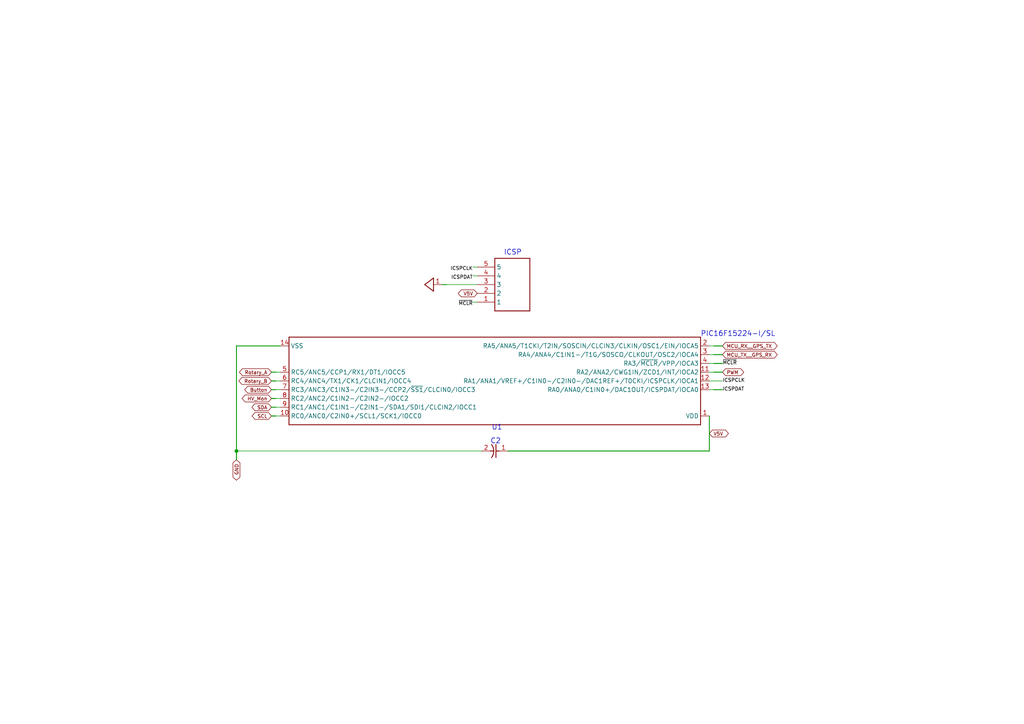
<source format=kicad_sch>
(kicad_sch (version 20231120) (generator "eeschema") (generator_version "8.0")
  (paper "A4")
  (lib_symbols
    (symbol "Clock Controller-eagle-import:CAP_0805"
      (symbol "CAP_0805_1_0"
        (polyline (pts (xy -1.27 0) (xy -0.33 0)) (stroke (width 0.25)))
        (polyline (pts (xy -0.33 -1.905) (xy -0.33 1.905)) (stroke (width 0.25)))
        (polyline (pts (xy 0.305 0) (xy 1.27 0)) (stroke (width 0.25)))
        (arc (start 0.944 1.911) (mid 0.3044 0.0001) (end 0.9439 -1.9109) (stroke (width 0.254)))
        (pin passive line (at -3.81 0 0) (length 2.54) (name "1") (number "1"))
        (pin passive line (at 3.81 0 180) (length 2.54) (name "2") (number "2"))
      )
    )
    (symbol "Clock Controller-eagle-import:GND_DIGITAL" (power)
      (symbol "GND_DIGITAL_1_0"
        (polyline (pts (xy -1.905 1.27) (xy 0 -1.27)) (stroke (width 0.25)))
        (polyline (pts (xy -1.905 1.27) (xy 1.905 1.27)) (stroke (width 0.25)))
        (polyline (pts (xy 0 -1.27) (xy 1.905 1.27)) (stroke (width 0.25)))
        (pin power_in line (at 0 3.81 270) (length 2.54) (name "GNDD") (number "1"))
      )
    )
    (symbol "Clock Controller-eagle-import:PIC16F15224-I/SL"
      (symbol "PIC16F15224-I/SL_1_0"
        (polyline (pts (xy -59.69 -12.7) (xy -59.69 12.7)) (stroke (width 0.25)))
        (polyline (pts (xy -59.69 12.7) (xy 59.69 12.7)) (stroke (width 0.25)))
        (polyline (pts (xy 59.69 -12.7) (xy -59.69 -12.7)) (stroke (width 0.25)))
        (polyline (pts (xy 59.69 12.7) (xy 59.69 -12.7)) (stroke (width 0.25)))
        (pin power_in line (at -62.23 10.16 0) (length 2.54) (name "VDD") (number "1"))
        (pin bidirectional line (at 62.23 10.16 180) (length 2.54) (name "RC0/ANC0/C2IN0+/SCL1/SCK1/IOCC0") (number "10"))
        (pin bidirectional line (at -62.23 -2.54 0) (length 2.54) (name "RA2/ANA2/CWG1IN/ZCD1/INT/IOCA2") (number "11"))
        (pin bidirectional line (at -62.23 0 0) (length 2.54) (name "RA1/ANA1/VREF+/C1IN0-/C2IN0-/DAC1REF+/T0CKI/ICSPCLK/IOCA1") (number "12"))
        (pin bidirectional line (at -62.23 2.54 0) (length 2.54) (name "RA0/ANA0/C1IN0+/DAC1OUT/ICSPDAT/IOCA0") (number "13"))
        (pin power_in line (at 62.23 -10.16 180) (length 2.54) (name "VSS") (number "14"))
        (pin bidirectional line (at -62.23 -10.16 0) (length 2.54) (name "RA5/ANA5/T1CKI/T2IN/SOSCIN/CLCIN3/CLKIN/OSC1/EIN/IOCA5") (number "2"))
        (pin bidirectional line (at -62.23 -7.62 0) (length 2.54) (name "RA4/ANA4/C1IN1-/T1G/SOSCO/CLKOUT/OSC2/IOCA4") (number "3"))
        (pin power_in line (at -62.23 -5.08 0) (length 2.54) (name "RA3/~{MCLR}/VPP/IOCA3") (number "4"))
        (pin bidirectional line (at 62.23 -2.54 180) (length 2.54) (name "RC5/ANC5/CCP1/RX1/DT1/IOCC5") (number "5"))
        (pin bidirectional line (at 62.23 0 180) (length 2.54) (name "RC4/ANC4/TX1/CK1/CLCIN1/IOCC4") (number "6"))
        (pin bidirectional line (at 62.23 2.54 180) (length 2.54) (name "RC3/ANC3/C1IN3-/C2IN3-/CCP2/~{SS1}/CLCIN0/IOCC3") (number "7"))
        (pin bidirectional line (at 62.23 5.08 180) (length 2.54) (name "RC2/ANC2/C1IN2-/C2IN2-/IOCC2") (number "8"))
        (pin bidirectional line (at 62.23 7.62 180) (length 2.54) (name "RC1/ANC1/C1IN1-/C2IN1-/SDA1/SDI1/CLCIN2/IOCC1") (number "9"))
      )
    )
    (symbol "Clock Controller-eagle-import:PPPC051LGBN-RC"
      (symbol "PPPC051LGBN-RC_1_0"
        (polyline (pts (xy -15.24 -12.7) (xy -15.24 2.54)) (stroke (width 0.254)))
        (polyline (pts (xy -15.24 -12.7) (xy -5.08 -12.7)) (stroke (width 0.254)))
        (polyline (pts (xy -5.08 2.54) (xy -15.24 2.54)) (stroke (width 0.254)))
        (polyline (pts (xy -5.08 2.54) (xy -5.08 -12.7)) (stroke (width 0.254)))
        (pin bidirectional line (at 0 0 180) (length 5.08) (name "1") (number "1"))
        (pin bidirectional line (at 0 -2.54 180) (length 5.08) (name "2") (number "2"))
        (pin bidirectional line (at 0 -5.08 180) (length 5.08) (name "3") (number "3"))
        (pin bidirectional line (at 0 -7.62 180) (length 5.08) (name "4") (number "4"))
        (pin bidirectional line (at 0 -10.16 180) (length 5.08) (name "5") (number "5"))
      )
    )
  )
  (junction (at 68.58 130.81))
  (wire (pts (xy 68.58 130.81) (xy 139.7 130.81)))
  (wire (pts (xy 68.58 130.81) (xy 68.58 100.33)) (stroke (width 0.25)))
  (wire (pts (xy 78.74 115.57) (xy 80.01 115.57)) (stroke (width 0.25)))
  (wire (pts (xy 209.55 100.33) (xy 207.01 100.33)) (stroke (width 0.25)))
  (wire (pts (xy 129.54 82.55) (xy 128.27 82.55)) (stroke (width 0.25)))
  (wire (pts (xy 78.74 107.95) (xy 80.01 107.95)) (stroke (width 0.25)))
  (wire (pts (xy 209.55 110.49) (xy 205.74 110.49)))
  (wire (pts (xy 209.55 107.95) (xy 207.01 107.95)) (stroke (width 0.25)))
  (wire (pts (xy 78.74 110.49) (xy 80.01 110.49)) (stroke (width 0.25)))
  (wire (pts (xy 78.74 113.03) (xy 81.28 113.03)))
  (wire (pts (xy 209.55 102.87) (xy 207.01 102.87)) (stroke (width 0.25)))
  (wire (pts (xy 68.58 133.35) (xy 68.58 130.81)) (stroke (width 0.25)))
  (wire (pts (xy 78.74 118.11) (xy 81.28 118.11)))
  (wire (pts (xy 209.55 113.03) (xy 207.01 113.03)) (stroke (width 0.25)))
  (wire (pts (xy 138.43 87.63) (xy 137.16 87.63)))
  (wire (pts (xy 78.74 118.11) (xy 80.01 118.11)) (stroke (width 0.25)))
  (wire (pts (xy 68.58 133.35) (xy 68.58 130.81)))
  (wire (pts (xy 209.55 107.95) (xy 205.74 107.95)))
  (wire (pts (xy 78.74 120.65) (xy 81.28 120.65)))
  (wire (pts (xy 205.74 130.81) (xy 147.32 130.81)) (stroke (width 0.25)))
  (wire (pts (xy 209.55 105.41) (xy 205.74 105.41)))
  (wire (pts (xy 209.55 100.33) (xy 205.74 100.33)))
  (wire (pts (xy 209.55 113.03) (xy 205.74 113.03)))
  (wire (pts (xy 78.74 115.57) (xy 81.28 115.57)))
  (wire (pts (xy 137.16 80.01) (xy 138.43 80.01)))
  (wire (pts (xy 78.74 120.65) (xy 80.01 120.65)) (stroke (width 0.25)))
  (wire (pts (xy 68.58 100.33) (xy 81.28 100.33)) (stroke (width 0.25)))
  (wire (pts (xy 209.55 105.41) (xy 207.01 105.41)) (stroke (width 0.25)))
  (wire (pts (xy 78.74 107.95) (xy 81.28 107.95)))
  (wire (pts (xy 137.16 77.47) (xy 138.43 77.47)))
  (wire (pts (xy 129.54 82.55) (xy 138.43 82.55)))
  (wire (pts (xy 209.55 102.87) (xy 205.74 102.87)))
  (wire (pts (xy 78.74 110.49) (xy 81.28 110.49)))
  (wire (pts (xy 205.74 120.65) (xy 205.74 130.81)) (stroke (width 0.25)))
  (wire (pts (xy 78.74 113.03) (xy 80.01 113.03)) (stroke (width 0.25)))
  (text "PIC16F15224-I/SL" (at 203.2 97.79 0) (effects (font (size 1.48 1.48)) (justify left bottom)))
  (text "C2" (at 142.218 128.899 0) (effects (font (size 1.48 1.48)) (justify left bottom)))
  (text "ICSP" (at 151.384 74.168 0) (effects (font (size 1.48 1.48)) (justify right bottom)))
  (text "U1" (at 142.581 123.19 0) (effects (font (size 1.48 1.48)) (justify left top)))
  (label "~{MCLR}" (at 209.55 105.41 0) (effects (font (size 1.016 1.016))))
  (label "ICSPDAT" (at 137.16 80.01 180) (effects (font (size 1.016 1.016))))
  (label "~{MCLR}" (at 137.16 87.63 180) (effects (font (size 1.016 1.016))))
  (label "ICSPCLK" (at 137.16 77.47 180) (effects (font (size 1.016 1.016))))
  (label "ICSPCLK" (at 209.55 110.49 0) (effects (font (size 1.016 1.016))))
  (label "ICSPDAT" (at 209.55 113.03 0) (effects (font (size 1.016 1.016))))
  (global_label "MCU_RX__GPS_TX" (shape bidirectional) (at 209.55 100.33 0) (effects (font (size 1.016 1.016))) (property "Intersheetrefs" "${INTERSHEET_REFS}" (effects (hide yes))))
  (global_label "Button" (shape bidirectional) (at 78.74 113.03 180) (effects (font (size 1.016 1.016))) (property "Intersheetrefs" "${INTERSHEET_REFS}" (effects (hide yes))))
  (global_label "MCU_TX__GPS_RX" (shape bidirectional) (at 209.55 102.87 0) (effects (font (size 1.016 1.016))) (property "Intersheetrefs" "${INTERSHEET_REFS}" (effects (hide yes))))
  (global_label "GND" (shape bidirectional) (at 68.58 133.35 270) (effects (font (size 1.016 1.016))) (property "Intersheetrefs" "${INTERSHEET_REFS}" (effects (hide yes))))
  (global_label "SCL" (shape bidirectional) (at 78.74 120.65 180) (effects (font (size 1.016 1.016))) (property "Intersheetrefs" "${INTERSHEET_REFS}" (effects (hide yes))))
  (global_label "HV_Mon" (shape bidirectional) (at 78.74 115.57 180) (effects (font (size 1.016 1.016))) (property "Intersheetrefs" "${INTERSHEET_REFS}" (effects (hide yes))))
  (global_label "Rotary_A" (shape bidirectional) (at 78.74 107.95 180) (effects (font (size 1.016 1.016))) (property "Intersheetrefs" "${INTERSHEET_REFS}" (effects (hide yes))))
  (global_label "Rotary_B" (shape bidirectional) (at 78.74 110.49 180) (effects (font (size 1.016 1.016))) (property "Intersheetrefs" "${INTERSHEET_REFS}" (effects (hide yes))))
  (global_label "PWM" (shape bidirectional) (at 209.55 107.95 0) (effects (font (size 1.016 1.016))) (property "Intersheetrefs" "${INTERSHEET_REFS}" (effects (hide yes))))
  (global_label "V5V" (shape bidirectional) (at 205.74 125.73 0) (effects (font (size 1.016 1.016))) (property "Intersheetrefs" "${INTERSHEET_REFS}" (effects (hide yes))))
  (global_label "V5V" (shape bidirectional) (at 138.43 85.09 180) (effects (font (size 1.016 1.016))) (property "Intersheetrefs" "${INTERSHEET_REFS}" (effects (hide yes))))
  (global_label "SDA" (shape bidirectional) (at 78.74 118.11 180) (effects (font (size 1.016 1.016))) (property "Intersheetrefs" "${INTERSHEET_REFS}" (effects (hide yes))))
  (symbol (lib_id "Clock Controller-eagle-import:PIC16F15224-I/SL") (at 143.51 110.49 180) (unit 1)
    (property "Reference" "U1" (effects (hide yes)))
    (property "Value" "PIC16F15224-I/SL" (effects (hide yes)))
    (property "Footprint" "Clock Controller:SOIC14P127_869X599X175L84X42N" (effects (hide yes)))
  )
  (symbol (lib_id "Clock Controller-eagle-import:GND_DIGITAL") (at 124.46 82.55 270) (unit 1)
    (property "Reference" "#NetPort04" (effects (hide yes)))
    (property "Value" "GND_DIGITAL" (effects (hide yes)))
  )
  (symbol (lib_id "Clock Controller-eagle-import:PPPC051LGBN-RC") (at 138.43 87.63 180) (unit 1)
    (property "Reference" "ICSP0" (effects (hide yes)))
    (property "Value" "PPPC051LGBN-RC" (effects (hide yes)))
    (property "Footprint" "Clock Controller:RHDRRA5W60P0X254_1X5_1320X850X274P" (effects (hide yes)))
  )
  (symbol (lib_id "Clock Controller-eagle-import:CAP_0805") (at 143.51 130.81 180) (unit 1)
    (property "Reference" "C2" (effects (hide yes)))
    (property "Value" "100nF" (effects (hide yes)))
    (property "Footprint" "Clock Controller:CAP_0805" (effects (hide yes)))
  )
)
</source>
